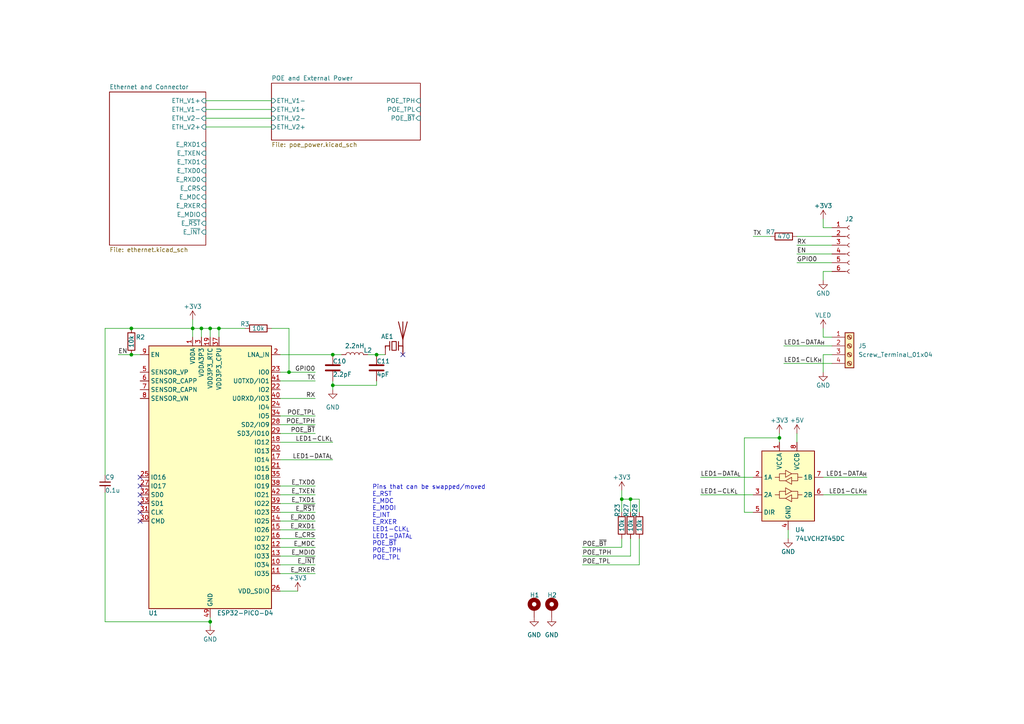
<source format=kicad_sch>
(kicad_sch (version 20230121) (generator eeschema)
  (paper "A4")
  (title_block (title "Addressable LED Controller") (date "2023-07-06") (rev "3.0") (comment 1 "Jamal Bouajjaj"))
  (lib_symbols
    (symbol "Connector:Conn_01x06_Female" (pin_names (offset 1.016) hide)
      (property "Reference" "J" (at 0 7.62 0))
      (property "Value" "Conn_01x06_Female" (at 0 -10.16 0))
      (symbol "Conn_01x06_Female_1_1"
        (arc (start 0 -7.112) (mid -0.5058 -7.62) (end 0 -8.128) (stroke (width 0.1524)))
        (arc (start 0 -4.572) (mid -0.5058 -5.08) (end 0 -5.588) (stroke (width 0.1524)))
        (arc (start 0 -2.032) (mid -0.5058 -2.54) (end 0 -3.048) (stroke (width 0.1524)))
        (polyline (pts (xy -1.27 -7.62) (xy -0.508 -7.62)) (stroke (width 0.1524)))
        (polyline (pts (xy -1.27 -5.08) (xy -0.508 -5.08)) (stroke (width 0.1524)))
        (polyline (pts (xy -1.27 -2.54) (xy -0.508 -2.54)) (stroke (width 0.1524)))
        (polyline (pts (xy -1.27 0) (xy -0.508 0)) (stroke (width 0.1524)))
        (polyline (pts (xy -1.27 2.54) (xy -0.508 2.54)) (stroke (width 0.1524)))
        (polyline (pts (xy -1.27 5.08) (xy -0.508 5.08)) (stroke (width 0.1524)))
        (arc (start 0 0.508) (mid -0.5058 0) (end 0 -0.508) (stroke (width 0.1524)))
        (arc (start 0 3.048) (mid -0.5058 2.54) (end 0 2.032) (stroke (width 0.1524)))
        (arc (start 0 5.588) (mid -0.5058 5.08) (end 0 4.572) (stroke (width 0.1524)))
        (pin passive line (at -5.08 5.08 0) (length 3.81) (name "Pin_1") (number "1"))
        (pin passive line (at -5.08 2.54 0) (length 3.81) (name "Pin_2") (number "2"))
        (pin passive line (at -5.08 0 0) (length 3.81) (name "Pin_3") (number "3"))
        (pin passive line (at -5.08 -2.54 0) (length 3.81) (name "Pin_4") (number "4"))
        (pin passive line (at -5.08 -5.08 0) (length 3.81) (name "Pin_5") (number "5"))
        (pin passive line (at -5.08 -7.62 0) (length 3.81) (name "Pin_6") (number "6"))
      )
    )
    (symbol "Connector:Screw_Terminal_01x04" (pin_names (offset 1.016) hide)
      (property "Reference" "J" (at 0 5.08 0))
      (property "Value" "Screw_Terminal_01x04" (at 0 -7.62 0))
      (symbol "Screw_Terminal_01x04_1_1"
        (rectangle (start -1.27 3.81) (end 1.27 -6.35) (stroke (width 0.254)) (fill (type background)))
        (circle (center 0 -5.08) (radius 0.635) (stroke (width 0.1524)))
        (circle (center 0 -2.54) (radius 0.635) (stroke (width 0.1524)))
        (polyline (pts (xy -0.5334 -4.7498) (xy 0.3302 -5.588)) (stroke (width 0.1524)))
        (polyline (pts (xy -0.5334 -2.2098) (xy 0.3302 -3.048)) (stroke (width 0.1524)))
        (polyline (pts (xy -0.5334 0.3302) (xy 0.3302 -0.508)) (stroke (width 0.1524)))
        (polyline (pts (xy -0.5334 2.8702) (xy 0.3302 2.032)) (stroke (width 0.1524)))
        (polyline (pts (xy -0.3556 -4.572) (xy 0.508 -5.4102)) (stroke (width 0.1524)))
        (polyline (pts (xy -0.3556 -2.032) (xy 0.508 -2.8702)) (stroke (width 0.1524)))
        (polyline (pts (xy -0.3556 0.508) (xy 0.508 -0.3302)) (stroke (width 0.1524)))
        (polyline (pts (xy -0.3556 3.048) (xy 0.508 2.2098)) (stroke (width 0.1524)))
        (circle (center 0 0) (radius 0.635) (stroke (width 0.1524)))
        (circle (center 0 2.54) (radius 0.635) (stroke (width 0.1524)))
        (pin passive line (at -5.08 2.54 0) (length 3.81) (name "Pin_1") (number "1"))
        (pin passive line (at -5.08 0 0) (length 3.81) (name "Pin_2") (number "2"))
        (pin passive line (at -5.08 -2.54 0) (length 3.81) (name "Pin_3") (number "3"))
        (pin passive line (at -5.08 -5.08 0) (length 3.81) (name "Pin_4") (number "4"))
      )
    )
    (symbol "Device:Antenna_Chip" (pin_numbers hide) (pin_names (offset 1.016) hide)
      (property "Reference" "AE" (at 0 5.08 0))
      (property "Value" "Antenna_Chip" (at 0 3.175 0))
      (symbol "Antenna_Chip_0_1"
        (polyline (pts (xy -2.54 0) (xy -2.54 -0.635)) (stroke (width 0.254)))
        (polyline (pts (xy -2.54 0) (xy -1.27 0)) (stroke (width 0.254)))
        (polyline (pts (xy 1.27 0) (xy 2.54 0)) (stroke (width 0.254)))
        (polyline (pts (xy 1.27 1.27) (xy 1.27 -1.27)) (stroke (width 0.254)))
        (polyline (pts (xy 2.54 -0.635) (xy 2.54 0)))
        (polyline (pts (xy 2.54 6.985) (xy 2.54 -1.905)) (stroke (width 0.254)))
        (polyline (pts (xy -1.27 1.27) (xy -1.27 -1.27) (xy -1.27 0)) (stroke (width 0.254)))
        (polyline (pts (xy 3.81 6.985) (xy 2.54 1.905) (xy 1.27 6.985)) (stroke (width 0.254)))
        (polyline (pts (xy -0.635 1.27) (xy 0.635 1.27) (xy 0.635 -1.27) (xy -0.635 -1.27) (xy -0.635 1.27)) (stroke (width 0.254)))
      )
      (symbol "Antenna_Chip_1_1"
        (pin input line (at -2.54 -2.54 90) (length 2.54) (name "FEED") (number "1"))
        (pin passive line (at 2.54 -2.54 90) (length 2.54) (name "PCB_Trace") (number "2"))
      )
    )
    (symbol "Device:C" (pin_numbers hide) (pin_names (offset 0.254))
      (property "Reference" "C" (at 0.635 2.54 0))
      (property "Value" "C" (at 0.635 -2.54 0))
      (symbol "C_0_1"
        (polyline (pts (xy -2.032 -0.762) (xy 2.032 -0.762)) (stroke (width 0.508)))
        (polyline (pts (xy -2.032 0.762) (xy 2.032 0.762)) (stroke (width 0.508)))
      )
      (symbol "C_1_1"
        (pin passive line (at 0 3.81 270) (length 2.794) (name "~") (number "1"))
        (pin passive line (at 0 -3.81 90) (length 2.794) (name "~") (number "2"))
      )
    )
    (symbol "Device:C_Small" (pin_numbers hide) (pin_names (offset 0.254) hide)
      (property "Reference" "C" (at 0.254 1.778 0))
      (property "Value" "C_Small" (at 0.254 -2.032 0))
      (symbol "C_Small_0_1"
        (polyline (pts (xy -1.524 -0.508) (xy 1.524 -0.508)) (stroke (width 0.3302)))
        (polyline (pts (xy -1.524 0.508) (xy 1.524 0.508)) (stroke (width 0.3048)))
      )
      (symbol "C_Small_1_1"
        (pin passive line (at 0 2.54 270) (length 2.032) (name "~") (number "1"))
        (pin passive line (at 0 -2.54 90) (length 2.032) (name "~") (number "2"))
      )
    )
    (symbol "Device:L" (pin_numbers hide) (pin_names (offset 1.016) hide)
      (property "Reference" "L" (at -1.27 0 90))
      (property "Value" "L" (at 1.905 0 90))
      (symbol "L_0_1"
        (arc (start 0 -2.54) (mid 0.6323 -1.905) (end 0 -1.27))
        (arc (start 0 -1.27) (mid 0.6323 -0.635) (end 0 0))
        (arc (start 0 0) (mid 0.6323 0.635) (end 0 1.27))
        (arc (start 0 1.27) (mid 0.6323 1.905) (end 0 2.54))
      )
      (symbol "L_1_1"
        (pin passive line (at 0 3.81 270) (length 1.27) (name "1") (number "1"))
        (pin passive line (at 0 -3.81 90) (length 1.27) (name "2") (number "2"))
      )
    )
    (symbol "Device:R" (pin_numbers hide) (pin_names (offset 0))
      (property "Reference" "R" (at 2.032 0 90))
      (property "Value" "R" (at 0 0 90))
      (symbol "R_0_1"
        (rectangle (start -1.016 -2.54) (end 1.016 2.54) (stroke (width 0.254)))
      )
      (symbol "R_1_1"
        (pin passive line (at 0 3.81 270) (length 1.27) (name "~") (number "1"))
        (pin passive line (at 0 -3.81 90) (length 1.27) (name "~") (number "2"))
      )
    )
    (symbol "Logic_LevelTranslator:74LVCH2T45DC"
      (property "Reference" "U" (at 6.35 -11.43 0))
      (property "Value" "74LVCH2T45DC" (at 10.16 11.43 0))
      (symbol "74LVCH2T45DC_1_1"
        (rectangle (start -7.62 10.16) (end 7.62 -10.16) (stroke (width 0.254)) (fill (type background)))
        (polyline (pts (xy -2.54 -2.54) (xy -2.54 -1.524) (xy -0.762 -1.524)))
        (polyline (pts (xy -2.54 2.54) (xy -2.54 3.556) (xy -0.762 3.556)))
        (polyline (pts (xy 2.794 -2.54) (xy 2.794 -3.556) (xy 1.016 -3.556)))
        (polyline (pts (xy 2.794 2.54) (xy 2.794 1.524) (xy 1.016 1.524)))
        (polyline (pts (xy -0.762 -3.556) (xy -2.54 -3.556) (xy -2.54 -2.54) (xy -3.81 -2.54)))
        (polyline (pts (xy -0.762 -2.54) (xy -0.762 -0.508) (xy 1.016 -1.524) (xy -0.762 -2.54)))
        (polyline (pts (xy -0.762 1.524) (xy -2.54 1.524) (xy -2.54 2.54) (xy -3.81 2.54)))
        (polyline (pts (xy -0.762 2.54) (xy -0.762 4.572) (xy 1.016 3.556) (xy -0.762 2.54)))
        (polyline (pts (xy 1.016 -1.524) (xy 2.794 -1.524) (xy 2.794 -2.54) (xy 4.064 -2.54)))
        (polyline (pts (xy 1.016 3.556) (xy 2.794 3.556) (xy 2.794 2.54) (xy 4.064 2.54)))
        (polyline (pts (xy 1.016 -2.54) (xy 1.016 -4.318) (xy 1.016 -4.572) (xy -0.762 -3.556) (xy 1.016 -2.54)))
        (polyline (pts (xy 1.016 2.54) (xy 1.016 0.762) (xy 1.016 0.508) (xy -0.762 1.524) (xy 1.016 2.54)))
        (pin power_in line (at -2.54 12.7 270) (length 2.54) (name "VCCA") (number "1"))
        (pin bidirectional line (at -10.16 2.54 0) (length 2.54) (name "1A") (number "2"))
        (pin bidirectional line (at -10.16 -2.54 0) (length 2.54) (name "2A") (number "3"))
        (pin power_in line (at 0 -12.7 90) (length 2.54) (name "GND") (number "4"))
        (pin input line (at -10.16 -7.62 0) (length 2.54) (name "DIR") (number "5"))
        (pin bidirectional line (at 10.16 -2.54 180) (length 2.54) (name "2B") (number "6"))
        (pin bidirectional line (at 10.16 2.54 180) (length 2.54) (name "1B") (number "7"))
        (pin power_in line (at 2.54 12.7 270) (length 2.54) (name "VCCB") (number "8"))
      )
    )
    (symbol "Mechanical:MountingHole_Pad" (pin_numbers hide) (pin_names (offset 1.016) hide)
      (property "Reference" "H" (at 0 6.35 0))
      (property "Value" "MountingHole_Pad" (at 0 4.445 0))
      (symbol "MountingHole_Pad_0_1"
        (circle (center 0 1.27) (radius 1.27) (stroke (width 1.27)))
      )
      (symbol "MountingHole_Pad_1_1"
        (pin input line (at 0 -2.54 90) (length 2.54) (name "1") (number "1"))
      )
    )
    (symbol "ProjectLibrary:VLED" (power) (pin_names (offset 0))
      (property "Value" "VLED" (at 0 3.81 0))
      (symbol "VLED_0_1"
        (polyline (pts (xy -0.762 1.27) (xy 0 2.54)))
        (polyline (pts (xy 0 0) (xy 0 2.54)))
        (polyline (pts (xy 0 2.54) (xy 0.762 1.27)))
      )
      (symbol "VLED_1_1"
        (pin power_in line (at 0 0 90) (length 0) hide (name "VLED") (number "1"))
      )
    )
    (symbol "RF_Module:ESP32-PICO-D4"
      (property "Reference" "U" (at -17.78 39.37 0))
      (property "Value" "ESP32-PICO-D4" (at 3.81 39.37 0))
      (symbol "ESP32-PICO-D4_0_0"
        (pin power_in line (at -5.08 40.64 270) (length 2.54) (name "VDDA") (number "1"))
        (pin input line (at 20.32 -25.4 180) (length 2.54) (name "IO34") (number "10"))
        (pin input line (at 20.32 -27.94 180) (length 2.54) (name "IO35") (number "11"))
        (pin bidirectional line (at 20.32 -20.32 180) (length 2.54) (name "IO32") (number "12"))
        (pin bidirectional line (at 20.32 -22.86 180) (length 2.54) (name "IO33") (number "13"))
        (pin bidirectional line (at 20.32 -12.7 180) (length 2.54) (name "IO25") (number "14"))
        (pin bidirectional line (at 20.32 -15.24 180) (length 2.54) (name "IO26") (number "15"))
        (pin bidirectional line (at 20.32 -17.78 180) (length 2.54) (name "IO27") (number "16"))
        (pin bidirectional line (at 20.32 5.08 180) (length 2.54) (name "IO14") (number "17"))
        (pin bidirectional line (at 20.32 10.16 180) (length 2.54) (name "IO12") (number "18"))
        (pin power_in line (at 0 40.64 270) (length 2.54) (name "VDD3P3_RTC") (number "19"))
        (pin bidirectional line (at 20.32 35.56 180) (length 2.54) (name "LNA_IN") (number "2"))
        (pin bidirectional line (at 20.32 7.62 180) (length 2.54) (name "IO13") (number "20"))
        (pin bidirectional line (at 20.32 2.54 180) (length 2.54) (name "IO15") (number "21"))
        (pin bidirectional line (at 20.32 25.4 180) (length 2.54) (name "IO2") (number "22"))
        (pin bidirectional line (at 20.32 30.48 180) (length 2.54) (name "IO0") (number "23"))
        (pin bidirectional line (at 20.32 20.32 180) (length 2.54) (name "IO4") (number "24"))
        (pin bidirectional line (at -20.32 0 0) (length 2.54) (name "IO16") (number "25"))
        (pin power_out line (at 20.32 -33.02 180) (length 2.54) (name "VDD_SDIO") (number "26"))
        (pin bidirectional line (at -20.32 -2.54 0) (length 2.54) (name "IO17") (number "27"))
        (pin bidirectional line (at 20.32 15.24 180) (length 2.54) (name "SD2/IO9") (number "28"))
        (pin bidirectional line (at 20.32 12.7 180) (length 2.54) (name "SD3/IO10") (number "29"))
        (pin power_in line (at -2.54 40.64 270) (length 2.54) (name "VDDA3P3") (number "3"))
        (pin bidirectional line (at -20.32 -12.7 0) (length 2.54) (name "CMD") (number "30"))
        (pin bidirectional line (at -20.32 -10.16 0) (length 2.54) (name "CLK") (number "31"))
        (pin bidirectional line (at -20.32 -5.08 0) (length 2.54) (name "SD0") (number "32"))
        (pin bidirectional line (at -20.32 -7.62 0) (length 2.54) (name "SD1") (number "33"))
        (pin bidirectional line (at 20.32 17.78 180) (length 2.54) (name "IO5") (number "34"))
        (pin bidirectional line (at 20.32 0 180) (length 2.54) (name "IO18") (number "35"))
        (pin bidirectional line (at 20.32 -10.16 180) (length 2.54) (name "IO23") (number "36"))
        (pin power_in line (at 2.54 40.64 270) (length 2.54) (name "VDD3P3_CPU") (number "37"))
        (pin bidirectional line (at 20.32 -2.54 180) (length 2.54) (name "IO19") (number "38"))
        (pin bidirectional line (at 20.32 -7.62 180) (length 2.54) (name "IO22") (number "39"))
        (pin passive line (at -2.54 40.64 270) (length 2.54) hide (name "VDDA3P3") (number "4"))
        (pin bidirectional line (at 20.32 22.86 180) (length 2.54) (name "U0RXD/IO3") (number "40"))
        (pin bidirectional line (at 20.32 27.94 180) (length 2.54) (name "U0TXD/IO1") (number "41"))
        (pin bidirectional line (at 20.32 -5.08 180) (length 2.54) (name "IO21") (number "42"))
        (pin passive line (at -5.08 40.64 270) (length 2.54) hide (name "VDDA") (number "43"))
        (pin no_connect line (at -17.78 -25.4 0) (length 2.54) hide (name "XTAL_N_NC") (number "44"))
        (pin no_connect line (at -17.78 -27.94 0) (length 2.54) hide (name "XTAL_P_NC") (number "45"))
        (pin passive line (at -5.08 40.64 270) (length 2.54) hide (name "VDDA") (number "46"))
        (pin no_connect line (at -17.78 -30.48 0) (length 2.54) hide (name "CAP2_NC") (number "47"))
        (pin no_connect line (at -17.78 -33.02 0) (length 2.54) hide (name "CAP1_NC") (number "48"))
        (pin power_in line (at 0 -40.64 90) (length 2.54) (name "GND") (number "49"))
        (pin input line (at -20.32 30.48 0) (length 2.54) (name "SENSOR_VP") (number "5"))
        (pin input line (at -20.32 27.94 0) (length 2.54) (name "SENSOR_CAPP") (number "6"))
        (pin input line (at -20.32 25.4 0) (length 2.54) (name "SENSOR_CAPN") (number "7"))
        (pin input line (at -20.32 22.86 0) (length 2.54) (name "SENSOR_VN") (number "8"))
        (pin input line (at -20.32 35.56 0) (length 2.54) (name "EN") (number "9"))
      )
      (symbol "ESP32-PICO-D4_0_1"
        (rectangle (start -17.78 38.1) (end 17.78 -38.1) (stroke (width 0.254)) (fill (type background)))
      )
    )
    (symbol "power:+3.3V" (power) (pin_names (offset 0))
      (property "Value" "+3.3V" (at 0 3.556 0))
      (symbol "+3.3V_0_1"
        (polyline (pts (xy -0.762 1.27) (xy 0 2.54)))
        (polyline (pts (xy 0 0) (xy 0 2.54)))
        (polyline (pts (xy 0 2.54) (xy 0.762 1.27)))
      )
      (symbol "+3.3V_1_1"
        (pin power_in line (at 0 0 90) (length 0) hide (name "+3V3") (number "1"))
      )
    )
    (symbol "power:+3V3" (power) (pin_names (offset 0))
      (property "Value" "+3V3" (at 0 3.556 0))
      (symbol "+3V3_0_1"
        (polyline (pts (xy -0.762 1.27) (xy 0 2.54)))
        (polyline (pts (xy 0 0) (xy 0 2.54)))
        (polyline (pts (xy 0 2.54) (xy 0.762 1.27)))
      )
      (symbol "+3V3_1_1"
        (pin power_in line (at 0 0 90) (length 0) hide (name "+3V3") (number "1"))
      )
    )
    (symbol "power:+5V" (power) (pin_names (offset 0))
      (property "Value" "+5V" (at 0 3.556 0))
      (symbol "+5V_0_1"
        (polyline (pts (xy -0.762 1.27) (xy 0 2.54)))
        (polyline (pts (xy 0 0) (xy 0 2.54)))
        (polyline (pts (xy 0 2.54) (xy 0.762 1.27)))
      )
      (symbol "+5V_1_1"
        (pin power_in line (at 0 0 90) (length 0) hide (name "+5V") (number "1"))
      )
    )
    (symbol "power:GND" (power) (pin_names (offset 0))
      (property "Value" "GND" (at 0 -3.81 0))
      (symbol "GND_0_1"
        (polyline (pts (xy 0 0) (xy 0 -1.27) (xy 1.27 -1.27) (xy 0 -2.54) (xy -1.27 -1.27) (xy 0 -1.27)))
      )
      (symbol "GND_1_1"
        (pin power_in line (at 0 0 270) (length 0) hide (name "GND") (number "1"))
      )
    )
  )
  (junction (at 55.88 95.25) (diameter 0.9144))
  (junction (at 38.1 102.87))
  (junction (at 60.96 95.25) (diameter 0.9144))
  (junction (at 180.34 144.78))
  (junction (at 182.88 144.78))
  (junction (at 60.96 180.34) (diameter 0.9144))
  (junction (at 96.52 111.76) (diameter 0.9144))
  (junction (at 83.82 107.95))
  (junction (at 96.52 102.87) (diameter 0.9144))
  (junction (at 226.06 127))
  (junction (at 63.5 95.25))
  (junction (at 58.42 95.25) (diameter 0.9144))
  (junction (at 109.22 102.87) (diameter 0.9144))
  (junction (at 38.1 95.25))
  (no_connect (at 40.64 146.05))
  (no_connect (at 40.64 148.59))
  (no_connect (at 40.64 138.43))
  (no_connect (at 40.64 151.13))
  (no_connect (at 116.84 102.87))
  (no_connect (at 40.64 140.97))
  (no_connect (at 40.64 143.51))
  (wire (pts (xy 58.42 95.25) (xy 60.96 95.25)))
  (wire (pts (xy 231.14 76.2) (xy 241.3 76.2)))
  (wire (pts (xy 238.76 95.25) (xy 238.76 97.79)))
  (wire (pts (xy 86.36 171.45) (xy 81.28 171.45)))
  (wire (pts (xy 34.29 102.87) (xy 38.1 102.87)))
  (wire (pts (xy 227.33 100.33) (xy 241.3 100.33)))
  (wire (pts (xy 203.2 143.51) (xy 218.44 143.51)))
  (wire (pts (xy 218.44 148.59) (xy 215.9 148.59)))
  (wire (pts (xy 109.22 110.49) (xy 109.22 111.76)))
  (wire (pts (xy 83.82 95.25) (xy 83.82 107.95)))
  (wire (pts (xy 30.48 142.875) (xy 30.48 180.34)))
  (wire (pts (xy 81.28 123.19) (xy 91.44 123.19)))
  (wire (pts (xy 91.44 151.13) (xy 81.28 151.13)))
  (wire (pts (xy 91.44 166.37) (xy 81.28 166.37)))
  (wire (pts (xy 215.9 148.59) (xy 215.9 127)))
  (wire (pts (xy 96.52 111.76) (xy 96.52 110.49)))
  (wire (pts (xy 83.82 107.95) (xy 91.44 107.95)))
  (wire (pts (xy 38.1 102.87) (xy 40.64 102.87)))
  (wire (pts (xy 55.88 95.25) (xy 58.42 95.25)))
  (wire (pts (xy 180.34 144.78) (xy 180.34 148.59)))
  (wire (pts (xy 185.42 144.78) (xy 185.42 148.59)))
  (wire (pts (xy 231.14 125.73) (xy 231.14 128.27)))
  (wire (pts (xy 60.96 180.34) (xy 60.96 179.07)))
  (wire (pts (xy 60.96 95.25) (xy 60.96 97.79)))
  (wire (pts (xy 228.6 153.67) (xy 228.6 156.21)))
  (wire (pts (xy 182.88 156.21) (xy 182.88 161.29)))
  (wire (pts (xy 91.44 161.29) (xy 81.28 161.29)))
  (wire (pts (xy 81.28 120.65) (xy 91.44 120.65)))
  (wire (pts (xy 238.76 63.5) (xy 238.76 66.04)))
  (wire (pts (xy 238.76 66.04) (xy 241.3 66.04)))
  (wire (pts (xy 91.44 143.51) (xy 81.28 143.51)))
  (wire (pts (xy 180.34 144.78) (xy 182.88 144.78)))
  (wire (pts (xy 81.28 163.83) (xy 91.44 163.83)))
  (wire (pts (xy 63.5 95.25) (xy 60.96 95.25)))
  (wire (pts (xy 59.69 36.83) (xy 78.74 36.83)))
  (wire (pts (xy 180.34 142.24) (xy 180.34 144.78)))
  (wire (pts (xy 63.5 95.25) (xy 63.5 97.79)))
  (wire (pts (xy 58.42 95.25) (xy 58.42 97.79)))
  (wire (pts (xy 60.96 181.61) (xy 60.96 180.34)))
  (wire (pts (xy 231.14 71.12) (xy 241.3 71.12)))
  (wire (pts (xy 218.44 68.58) (xy 223.52 68.58)))
  (wire (pts (xy 185.42 163.83) (xy 168.91 163.83)))
  (wire (pts (xy 55.88 92.71) (xy 55.88 95.25)))
  (wire (pts (xy 182.88 144.78) (xy 185.42 144.78)))
  (wire (pts (xy 55.88 95.25) (xy 55.88 97.79)))
  (wire (pts (xy 91.44 153.67) (xy 81.28 153.67)))
  (wire (pts (xy 185.42 163.83) (xy 185.42 156.21)))
  (wire (pts (xy 226.06 125.73) (xy 226.06 127)))
  (wire (pts (xy 238.76 78.74) (xy 241.3 78.74)))
  (wire (pts (xy 238.76 81.28) (xy 238.76 78.74)))
  (wire (pts (xy 81.28 115.57) (xy 91.44 115.57)))
  (wire (pts (xy 91.44 156.21) (xy 81.28 156.21)))
  (wire (pts (xy 81.28 128.27) (xy 96.52 128.27)))
  (wire (pts (xy 180.34 156.21) (xy 180.34 158.75)))
  (wire (pts (xy 63.5 95.25) (xy 71.12 95.25)))
  (wire (pts (xy 78.74 95.25) (xy 83.82 95.25)))
  (wire (pts (xy 226.06 127) (xy 226.06 128.27)))
  (wire (pts (xy 109.22 102.87) (xy 111.76 102.87)))
  (wire (pts (xy 203.2 138.43) (xy 218.44 138.43)))
  (wire (pts (xy 30.48 95.25) (xy 38.1 95.25)))
  (wire (pts (xy 91.44 158.75) (xy 81.28 158.75)))
  (wire (pts (xy 180.34 158.75) (xy 168.91 158.75)))
  (wire (pts (xy 227.33 105.41) (xy 241.3 105.41)))
  (wire (pts (xy 81.28 125.73) (xy 91.44 125.73)))
  (wire (pts (xy 81.28 148.59) (xy 91.44 148.59)))
  (wire (pts (xy 59.69 29.21) (xy 78.74 29.21)))
  (wire (pts (xy 238.76 143.51) (xy 251.46 143.51)))
  (wire (pts (xy 81.28 102.87) (xy 96.52 102.87)))
  (wire (pts (xy 59.69 31.75) (xy 78.74 31.75)))
  (wire (pts (xy 81.28 133.35) (xy 96.52 133.35)))
  (wire (pts (xy 96.52 111.76) (xy 96.52 113.03)))
  (wire (pts (xy 38.1 95.25) (xy 55.88 95.25)))
  (wire (pts (xy 231.14 73.66) (xy 241.3 73.66)))
  (wire (pts (xy 231.14 68.58) (xy 241.3 68.58)))
  (wire (pts (xy 109.22 111.76) (xy 96.52 111.76)))
  (wire (pts (xy 238.76 138.43) (xy 251.46 138.43)))
  (wire (pts (xy 238.76 102.87) (xy 238.76 107.95)))
  (wire (pts (xy 30.48 180.34) (xy 60.96 180.34)))
  (wire (pts (xy 91.44 140.97) (xy 81.28 140.97)))
  (wire (pts (xy 81.28 107.95) (xy 83.82 107.95)))
  (wire (pts (xy 182.88 161.29) (xy 168.91 161.29)))
  (wire (pts (xy 238.76 97.79) (xy 241.3 97.79)))
  (wire (pts (xy 238.76 102.87) (xy 241.3 102.87)))
  (wire (pts (xy 30.48 95.25) (xy 30.48 137.795)))
  (wire (pts (xy 182.88 144.78) (xy 182.88 148.59)))
  (wire (pts (xy 106.68 102.87) (xy 109.22 102.87)))
  (wire (pts (xy 96.52 102.87) (xy 99.06 102.87)))
  (wire (pts (xy 91.44 146.05) (xy 81.28 146.05)))
  (wire (pts (xy 215.9 127) (xy 226.06 127)))
  (wire (pts (xy 59.69 34.29) (xy 78.74 34.29)))
  (wire (pts (xy 81.28 110.49) (xy 91.44 110.49)))
  (text "Pins that can be swapped/moved\nE_RST\nE_MDC\nE_MDOI\nE_INT\nE_RXER\nLED1-CLK_{L}\nLED1-DATA_{L}\nPOE_~{BT}\nPOE_TPH\nPOE_TPL" (at 107.95 162.56 0) (effects (font (size 1.27 1.27)) (justify left bottom)))
  (label "E_MDC" (at 91.44 158.75 180))
  (label "TX" (at 218.44 68.58 0))
  (label "RX" (at 231.14 71.12 0))
  (label "E_RXD0" (at 91.44 151.13 180))
  (label "E_TXD0" (at 91.44 140.97 180))
  (label "EN" (at 34.29 102.87 0))
  (label "POE_TPH" (at 168.91 161.29 0))
  (label "LED1-CLK_{H}" (at 227.33 105.41 0))
  (label "LED1-DATA_{H}" (at 227.33 100.33 0))
  (label "E_RXER" (at 91.44 166.37 180))
  (label "POE_TPL" (at 91.44 120.65 180))
  (label "LED1-CLK_{L}" (at 203.2 143.51 0))
  (label "POE_~{BT}" (at 91.44 125.73 180))
  (label "E_RXD1" (at 91.44 153.67 180))
  (label "E_~{RST}" (at 91.44 148.59 180))
  (label "LED1-DATA_{L}" (at 203.2 138.43 0))
  (label "TX" (at 91.44 110.49 180))
  (label "LED1-CLK_{L}" (at 96.52 128.27 180))
  (label "E_MDIO" (at 91.44 161.29 180))
  (label "E_TXD1" (at 91.44 146.05 180))
  (label "RX" (at 91.44 115.57 180))
  (label "GPIO0" (at 91.44 107.95 180))
  (label "GPIO0" (at 231.14 76.2 0))
  (label "EN" (at 231.14 73.66 0))
  (label "E_CRS" (at 91.44 156.21 180))
  (label "LED1-DATA_{H}" (at 251.46 138.43 180))
  (label "LED1-DATA_{L}" (at 96.52 133.35 180))
  (label "POE_TPH" (at 91.44 123.19 180))
  (label "POE_~{BT}" (at 168.91 158.75 0))
  (label "LED1-CLK_{H}" (at 251.46 143.51 180))
  (label "E_TXEN" (at 91.44 143.51 180))
  (label "POE_TPL" (at 168.91 163.83 0))
  (label "E_~{INT}" (at 91.44 163.83 180))
  (symbol (lib_id "power:+3V3") (at 180.34 142.24 0) (unit 1)
    (property "Reference" "#PWR025" (effects hide))
    (property "Value" "+3V3" (at 180.34 138.43 0))
  )
  (symbol (lib_id "power:+3.3V") (at 238.76 63.5 0) (unit 1)
    (property "Reference" "#PWR07" (effects hide))
    (property "Value" "+3.3V" (at 238.76 59.69 0))
  )
  (symbol (lib_id "power:+3.3V") (at 226.06 125.73 0) (unit 1)
    (property "Reference" "#PWR08" (effects hide))
    (property "Value" "+3.3V" (at 226.06 121.92 0))
  )
  (symbol (lib_id "Logic_LevelTranslator:74LVCH2T45DC") (at 228.6 140.97 0) (unit 1)
    (property "Reference" "U4" (at 230.6194 153.67 0) (effects (justify left)))
    (property "Value" "74LVCH2T45DC" (at 230.6194 156.21 0) (effects (justify left)))
    (property "Footprint" "Package_SO:VSSOP-8_2.3x2mm_P0.5mm" (effects hide))
    (property "Datasheet" "https://assets.nexperia.com/documents/data-sheet/74LVC_LVCH2T45.pdf" (effects hide))
  )
  (symbol (lib_id "power:GND") (at 60.96 181.61 0) (unit 1)
    (property "Reference" "#PWR02" (effects hide))
    (property "Value" "GND" (at 60.96 185.42 0))
  )
  (symbol (lib_id "power:GND") (at 96.52 113.03 0) (unit 1)
    (property "Reference" "#PWR04" (effects hide))
    (property "Value" "GND" (at 96.52 118.11 0))
  )
  (symbol (lib_id "power:+3V3") (at 55.88 92.71 0) (unit 1)
    (property "Reference" "#PWR01" (effects hide))
    (property "Value" "+3V3" (at 55.88 88.9 0))
  )
  (symbol (lib_id "Device:Antenna_Chip") (at 114.3 100.33 0) (unit 1)
    (property "Reference" "AE1" (at 110.49 97.5994 0) (effects (justify left)))
    (property "Value" "Antenna_Chip" (effects hide))
    (property "Footprint" "RF_Antenna:Johanson_2450AT43F0100" (effects hide))
  )
  (symbol (lib_id "Connector:Screw_Terminal_01x04") (at 246.38 100.33 0) (unit 1)
    (property "Reference" "J5" (at 248.92 100.33 0) (effects (justify left)))
    (property "Value" "Screw_Terminal_01x04" (at 248.92 102.87 0) (effects (justify left)))
    (property "Footprint" "TerminalBlock_Phoenix:TerminalBlock_Phoenix_MKDS-1,5-4-5.08_1x04_P5.08mm_Horizontal" (effects hide))
  )
  (symbol (lib_id "Connector:Conn_01x06_Female") (at 246.38 71.12 0) (unit 1)
    (property "Reference" "J2" (at 245.11 63.4999 0) (effects (justify left)))
    (property "Value" "Conn_01x06_Female" (effects hide))
    (property "Footprint" "Connector_PinHeader_2.54mm:PinHeader_1x06_P2.54mm_Horizontal" (effects hide))
  )
  (symbol (lib_id "power:GND") (at 228.6 156.21 0) (unit 1)
    (property "Reference" "#PWR0108" (effects hide))
    (property "Value" "GND" (at 228.6 160.02 0))
  )
  (symbol (lib_id "Device:R") (at 38.1 99.06 0) (unit 1)
    (property "Reference" "R2" (at 39.37 97.79 0) (effects (justify left)))
    (property "Value" "10k" (at 38.1 99.0599 90))
    (property "Footprint" "Resistor_SMD:R_0805_2012Metric_Pad1.20x1.40mm_HandSolder" (effects hide))
  )
  (symbol (lib_id "Device:C_Small") (at 30.48 140.335 0) (unit 1)
    (property "Reference" "C9" (at 30.48 138.43 0) (effects (justify left)))
    (property "Value" "0.1u" (at 30.48 142.24 0) (effects (justify left)))
    (property "Footprint" "Capacitor_SMD:C_0805_2012Metric" (effects hide))
  )
  (symbol (lib_id "power:+3V3") (at 86.36 171.45 0) (unit 1)
    (property "Reference" "#PWR03" (effects hide))
    (property "Value" "+3V3" (at 86.36 167.64 0))
  )
  (symbol (lib_id "Device:R") (at 185.42 152.4 0) (mirror x) (unit 1)
    (property "Reference" "R28" (at 184.15 146.05 90) (effects (justify left)))
    (property "Value" "10k" (at 185.42 152.4 90))
    (property "Footprint" "Resistor_SMD:R_0805_2012Metric" (effects hide))
  )
  (symbol (lib_id "Mechanical:MountingHole_Pad") (at 160.02 176.53 0) (unit 1)
    (property "Reference" "H2" (at 158.75 172.5929 0) (effects (justify left)))
    (property "Value" "MountingHole_Pad" (effects hide))
    (property "Footprint" "MountingHole:MountingHole_3.2mm_M3_DIN965_Pad" (effects hide))
  )
  (symbol (lib_id "power:GND") (at 154.94 179.07 0) (unit 1)
    (property "Reference" "#PWR0102" (effects hide))
    (property "Value" "GND" (at 154.94 184.15 0))
  )
  (symbol (lib_id "Device:R") (at 182.88 152.4 0) (mirror x) (unit 1)
    (property "Reference" "R27" (at 181.61 146.05 90) (effects (justify left)))
    (property "Value" "10k" (at 182.88 152.4 90))
    (property "Footprint" "Resistor_SMD:R_0805_2012Metric" (effects hide))
  )
  (symbol (lib_id "Device:R") (at 227.33 68.58 90) (unit 1)
    (property "Reference" "R7" (at 224.7899 67.31 90) (effects (justify left)))
    (property "Value" "470" (at 227.3299 68.58 90))
    (property "Footprint" "Resistor_SMD:R_0805_2012Metric" (effects hide))
  )
  (symbol (lib_id "power:GND") (at 238.76 107.95 0) (unit 1)
    (property "Reference" "#PWR021" (effects hide))
    (property "Value" "GND" (at 238.76 111.76 0))
  )
  (symbol (lib_id "power:GND") (at 238.76 81.28 0) (unit 1)
    (property "Reference" "#PWR010" (effects hide))
    (property "Value" "GND" (at 238.76 85.09 0))
  )
  (symbol (lib_id "Device:C") (at 96.52 106.68 0) (unit 1)
    (property "Reference" "C10" (at 96.52 104.7749 0) (effects (justify left)))
    (property "Value" "2.2pF" (at 96.52 108.5849 0) (effects (justify left)))
    (property "Footprint" "Capacitor_SMD:C_0805_2012Metric" (effects hide))
  )
  (symbol (lib_id "Device:L") (at 102.87 102.87 90) (unit 1)
    (property "Reference" "L2" (at 106.68 101.6 90))
    (property "Value" "2.2nH" (at 102.87 100.33 90))
    (property "Footprint" "Inductor_SMD:L_0805_2012Metric_Pad1.05x1.20mm_HandSolder" (effects hide))
  )
  (symbol (lib_id "Device:R") (at 74.93 95.25 90) (unit 1)
    (property "Reference" "R3" (at 72.39 93.98 90) (effects (justify left)))
    (property "Value" "10k" (at 74.9299 95.25 90))
    (property "Footprint" "Resistor_SMD:R_0805_2012Metric_Pad1.20x1.40mm_HandSolder" (effects hide))
  )
  (symbol (lib_id "power:GND") (at 160.02 179.07 0) (unit 1)
    (property "Reference" "#PWR0101" (effects hide))
    (property "Value" "GND" (at 160.02 184.15 0))
  )
  (symbol (lib_id "ProjectLibrary:VLED") (at 238.76 95.25 0) (unit 1)
    (property "Reference" "#PWR019" (effects hide))
    (property "Value" "VLED" (at 238.76 91.44 0))
  )
  (symbol (lib_id "Device:R") (at 180.34 152.4 0) (mirror x) (unit 1)
    (property "Reference" "R23" (at 179.07 146.05 90) (effects (justify left)))
    (property "Value" "10k" (at 180.34 152.4 90))
    (property "Footprint" "Resistor_SMD:R_0805_2012Metric" (effects hide))
  )
  (symbol (lib_id "power:+5V") (at 231.14 125.73 0) (unit 1)
    (property "Reference" "#PWR011" (effects hide))
    (property "Value" "+5V" (at 231.14 121.92 0))
  )
  (symbol (lib_id "Mechanical:MountingHole_Pad") (at 154.94 176.53 0) (unit 1)
    (property "Reference" "H1" (at 153.67 172.5929 0) (effects (justify left)))
    (property "Value" "MountingHole_Pad" (effects hide))
    (property "Footprint" "MountingHole:MountingHole_3.2mm_M3_DIN965_Pad" (effects hide))
  )
  (symbol (lib_id "Device:C") (at 109.22 106.68 0) (unit 1)
    (property "Reference" "C11" (at 109.22 104.7749 0) (effects (justify left)))
    (property "Value" "4pF" (at 109.22 108.5849 0) (effects (justify left)))
    (property "Footprint" "Capacitor_SMD:C_0805_2012Metric" (effects hide))
  )
  (symbol (lib_id "RF_Module:ESP32-PICO-D4") (at 60.96 138.43 0) (unit 1)
    (property "Reference" "U1" (at 44.45 177.8 0))
    (property "Value" "ESP32-PICO-D4" (at 71.12 177.8 0))
    (property "Footprint" "Package_DFN_QFN:QFN-48-1EP_7x7mm_P0.5mm_EP5.3x5.3mm" (effects hide))
    (property "Datasheet" "https://www.espressif.com/sites/default/files/documentation/esp32-pico-d4_datasheet_en.pdf" (effects hide))
  )
  (sheet (at 78.74 24.13) (size 43.18 16.51) (stroke (width 0.1524))
    (property "Sheetname" "POE and External Power" (at 78.74 23.4184 0) (effects (justify left bottom)))
    (property "Sheetfile" "poe_power.kicad_sch" (at 78.74 41.2246 0) (effects (justify left top)))
    (pin "ETH_V1-" input (at 78.74 29.21 180))
    (pin "ETH_V1+" input (at 78.74 31.75 180))
    (pin "ETH_V2-" input (at 78.74 34.29 180))
    (pin "ETH_V2+" input (at 78.74 36.83 180))
    (pin "POE_TPH" input (at 121.92 29.21 0))
    (pin "POE_TPL" input (at 121.92 31.75 0))
    (pin "POE_~{BT}" input (at 121.92 34.29 0))
  )
  (sheet (at 31.75 26.67) (size 27.94 44.45) (stroke (width 0.1524))
    (property "Sheetname" "Ethernet and Connector" (at 31.75 25.9584 0) (effects (justify left bottom)))
    (property "Sheetfile" "ethernet.kicad_sch" (at 31.75 71.7046 0) (effects (justify left top)))
    (pin "E_RXD1" input (at 59.69 41.91 0))
    (pin "E_TXEN" input (at 59.69 44.45 0))
    (pin "E_TXD1" input (at 59.69 46.99 0))
    (pin "E_TXD0" input (at 59.69 49.53 0))
    (pin "E_RXD0" input (at 59.69 52.07 0))
    (pin "ETH_V1+" input (at 59.69 29.21 0))
    (pin "ETH_V1-" input (at 59.69 31.75 0))
    (pin "ETH_V2-" input (at 59.69 34.29 0))
    (pin "ETH_V2+" input (at 59.69 36.83 0))
    (pin "E_CRS" input (at 59.69 54.61 0))
    (pin "E_MDC" input (at 59.69 57.15 0))
    (pin "E_RXER" input (at 59.69 59.69 0))
    (pin "E_MDIO" input (at 59.69 62.23 0))
    (pin "E_~{INT}" input (at 59.69 67.31 0))
    (pin "E_~{RST}" input (at 59.69 64.77 0))
  )
)
</source>
